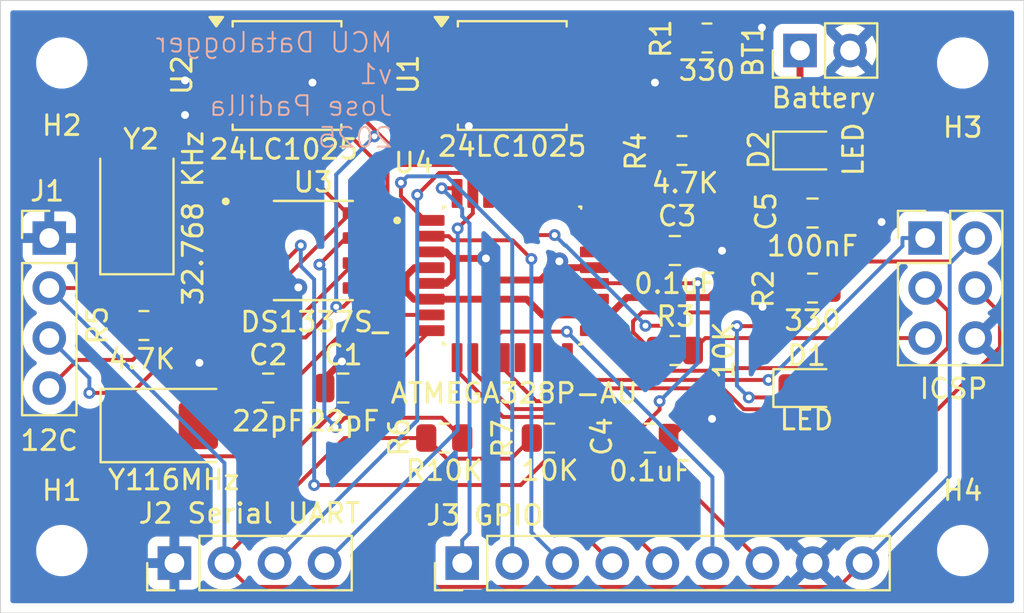
<source format=kicad_pcb>
(kicad_pcb (version 20241229) (generator "pcbnew") (generator_version "9.0")
  (title_block (title "MCU Datalogger") (date "2025-12-02") (rev "v1") (company "JPIndustries") (comment 1 "Author: Jose Padilla"))
  (layers (0 "F.Cu" mixed) (2 "B.Cu" mixed) (13 "F.Paste" user) (15 "B.Paste" user) (5 "F.SilkS" user "F.Silkscreen") (7 "B.SilkS" user "B.Silkscreen") (1 "F.Mask" user) (3 "B.Mask" user) (25 "Edge.Cuts" user))
  (property "project_name" "MCU Datalogger")
  (net 0 "")
  (net 1 "VCC")
  (net 2 "GND")
  (net 3 "Net-(U4-PB7)")
  (net 4 "Net-(U4-PB6)")
  (net 5 "/Vcc")
  (net 6 "Net-(U4-AREF)")
  (net 7 "Net-(D1-K)")
  (net 8 "/SCK")
  (net 9 "Net-(D2-K)")
  (net 10 "/SDA")
  (net 11 "/RX")
  (net 12 "/TX")
  (net 13 "/D7")
  (net 14 "/D8")
  (net 15 "/D6")
  (net 16 "/D2")
  (net 17 "/D5")
  (net 18 "/D3")
  (net 19 "/D4")
  (net 20 "/MOSI")
  (net 21 "/RESET")
  (net 22 "/MISO")
  (net 23 "Net-(U3-SQW{slash}~INT)")
  (net 24 "Net-(U3-~{INTA})")
  (net 25 "Net-(U3-X1)")
  (net 26 "Net-(U3-X2)")
  (net 35 "/SCL")
  (footprint "Crystal:Crystal_SMD_5032-2Pin_5.0x3.2mm" (layer "F.Cu") (at 71.12 66.04)
    (property "Reference" "Y1" (at -1.82 2.76 0) (layer "F.SilkS"))
    (property "Value" "16MHz" (at 1.48 2.76 0) (layer "F.SilkS"))
    (pad "1" smd roundrect (at -1.85 0) (size 2 2.4) (layers "F.Cu" "F.Mask" "F.Paste") (roundrect_rratio 0.125) (net 3 "Net-(U4-PB7)"))
    (pad "2" smd roundrect (at 1.85 0) (size 2 2.4) (layers "F.Cu" "F.Mask" "F.Paste") (roundrect_rratio 0.125) (net 4 "Net-(U4-PB6)"))
  )
  (footprint "Resistor_SMD:R_0805_2012Metric" (layer "F.Cu") (at 85.4475 66.675)
    (property "Reference" "R6" (at -2.285 -0.045 90) (layer "F.SilkS"))
    (property "Value" "R10K" (at 0 1.65 0) (layer "F.SilkS"))
    (pad "1" smd roundrect (at -0.9125 0) (size 1.025 1.4) (layers "F.Cu" "F.Mask" "F.Paste") (roundrect_rratio 0.243902) (net 5 "/Vcc"))
    (pad "2" smd roundrect (at 0.9125 0) (size 1.025 1.4) (layers "F.Cu" "F.Mask" "F.Paste") (roundrect_rratio 0.243902) (net 23 "Net-(U3-SQW{slash}~INT)"))
  )
  (footprint "Connector_PinHeader_2.54mm:PinHeader_1x02_P2.54mm_Vertical" (layer "F.Cu") (at 103.505 46.99 90)
    (property "Reference" "BT1" (at 0 -2.38 90) (layer "F.SilkS"))
    (property "Value" "Battery" (at -2.41 1.195 180) (layer "F.SilkS"))
    (pad "1" thru_hole rect (at 0 0 90) (size 1.7 1.7) (drill 1) (layers "*.Cu" "*.Mask") (net 1 "VCC"))
    (pad "2" thru_hole circle (at 0 2.54 90) (size 1.7 1.7) (drill 1) (layers "*.Cu" "*.Mask") (net 2 "GND"))
  )
  (footprint "Capacitor_SMD:C_0805_2012Metric" (layer "F.Cu") (at 80.325 64.135)
    (property "Reference" "C1" (at 0 -1.68 0) (layer "F.SilkS"))
    (property "Value" "22pF" (at 0 1.68 0) (layer "F.SilkS"))
    (pad "1" smd roundrect (at -0.95 0) (size 1 1.45) (layers "F.Cu" "F.Mask" "F.Paste") (net 2 "GND"))
    (pad "2" smd roundrect (at 0.95 0) (size 1 1.45) (layers "F.Cu" "F.Mask" "F.Paste") (net 3 "Net-(U4-PB7)"))
  )
  (footprint "Connector_PinHeader_2.54mm:PinHeader_2x03_P2.54mm_Vertical" (layer "F.Cu") (at 109.855 56.515)
    (property "Reference" "J4" (hide yes))
    (property "Value" "Conn_02x03_Odd_Even" (hide yes))
    (property "Purpose" "ICSP" (at 1.445 7.655 0) (layer "F.SilkS"))
    (pad "1" thru_hole rect (at 0 0) (size 1.7 1.7) (drill 1) (layers "*.Cu" "*.Mask") (net 22 "/MISO"))
    (pad "2" thru_hole circle (at 2.54 0) (size 1.7 1.7) (drill 1) (layers "*.Cu" "*.Mask") (net 5 "/Vcc"))
    (pad "3" thru_hole circle (at 0 2.54) (size 1.7 1.7) (drill 1) (layers "*.Cu" "*.Mask") (net 8 "/SCK"))
    (pad "4" thru_hole circle (at 2.54 2.54) (size 1.7 1.7) (drill 1) (layers "*.Cu" "*.Mask") (net 20 "/MOSI"))
    (pad "5" thru_hole circle (at 0 5.08) (size 1.7 1.7) (drill 1) (layers "*.Cu" "*.Mask") (net 21 "/RESET"))
    (pad "6" thru_hole circle (at 2.54 5.08) (size 1.7 1.7) (drill 1) (layers "*.Cu" "*.Mask") (net 2 "GND"))
  )
  (footprint "Connector_PinHeader_2.54mm:PinHeader_1x09_P2.54mm_Vertical" (layer "F.Cu") (at 86.36 73.025 90)
    (property "Reference" "J3" (at 2.425 -0.96 0) (layer "F.SilkS"))
    (property "Value" "Conn_01x09" (hide yes))
    (property "Purpose" "GPIO" (at 2.425 2.34 0) (layer "F.SilkS"))
    (pad "1" thru_hole rect (at 0 0 90) (size 1.7 1.7) (drill 1) (layers "*.Cu" "*.Mask") (net 16 "/D2"))
    (pad "2" thru_hole circle (at 0 2.54 90) (size 1.7 1.7) (drill 1) (layers "*.Cu" "*.Mask") (net 18 "/D3"))
    (pad "3" thru_hole circle (at 0 5.08 90) (size 1.7 1.7) (drill 1) (layers "*.Cu" "*.Mask") (net 19 "/D4"))
    (pad "4" thru_hole circle (at 0 7.62 90) (size 1.7 1.7) (drill 1) (layers "*.Cu" "*.Mask") (net 17 "/D5"))
    (pad "5" thru_hole circle (at 0 10.16 90) (size 1.7 1.7) (drill 1) (layers "*.Cu" "*.Mask") (net 15 "/D6"))
    (pad "6" thru_hole circle (at 0 12.7 90) (size 1.7 1.7) (drill 1) (layers "*.Cu" "*.Mask") (net 13 "/D7"))
    (pad "7" thru_hole circle (at 0 15.24 90) (size 1.7 1.7) (drill 1) (layers "*.Cu" "*.Mask") (net 14 "/D8"))
    (pad "8" thru_hole circle (at 0 17.78 90) (size 1.7 1.7) (drill 1) (layers "*.Cu" "*.Mask") (net 2 "GND"))
    (pad "9" thru_hole circle (at 0 20.32 90) (size 1.7 1.7) (drill 1) (layers "*.Cu" "*.Mask") (net 5 "/Vcc"))
  )
  (footprint "Capacitor_SMD:C_0805_2012Metric" (layer "F.Cu") (at 97.155 57.15)
    (property "Reference" "C3" (at 0.11 -1.75 180) (layer "F.SilkS"))
    (property "Value" "0.1uF" (at 0 1.68 0) (layer "F.SilkS"))
    (pad "1" smd roundrect (at -0.95 0) (size 1 1.45) (layers "F.Cu" "F.Mask" "F.Paste") (net 5 "/Vcc"))
    (pad "2" smd roundrect (at 0.95 0) (size 1 1.45) (layers "F.Cu" "F.Mask" "F.Paste") (net 2 "GND"))
  )
  (footprint "Resistor_SMD:R_0805_2012Metric" (layer "F.Cu") (at 70.2075 60.96)
    (property "Reference" "R5" (at -2.3625 -0.01 90) (layer "F.SilkS"))
    (property "Value" "4.7K" (at -0.1075 1.705 180) (layer "F.SilkS"))
    (pad "1" smd roundrect (at -0.9125 0) (size 1.025 1.4) (layers "F.Cu" "F.Mask" "F.Paste") (roundrect_rratio 0.243902) (net 5 "/Vcc"))
    (pad "2" smd roundrect (at 0.9125 0) (size 1.025 1.4) (layers "F.Cu" "F.Mask" "F.Paste") (roundrect_rratio 0.243902) (net 35 "/SCL"))
  )
  (footprint "MountingHole:MountingHole_2.1mm" (layer "F.Cu") (at 66.04 47.625)
    (property "Reference" "H2" (at 0 3.175 0) (layer "F.SilkS"))
    (property "Value" "MountingHole" (hide yes))
    (pad "" np_thru_hole circle (at 0 0) (size 2.1 2.1) (drill 2.1) (layers "*.Cu" "*.Mask"))
  )
  (footprint "MountingHole:MountingHole_2.1mm" (layer "F.Cu") (at 111.76 47.625)
    (property "Reference" "H3" (at 0 3.275 0) (layer "F.SilkS"))
    (property "Value" "MountingHole" (hide yes))
    (pad "" np_thru_hole circle (at 0 0) (size 2.1 2.1) (drill 2.1) (layers "*.Cu" "*.Mask"))
  )
  (footprint "MountingHole:MountingHole_2.1mm" (layer "F.Cu") (at 66.04 72.39)
    (property "Reference" "H1" (at 0 -3.05 0) (layer "F.SilkS"))
    (property "Value" "MountingHole" (hide yes))
    (pad "" np_thru_hole circle (at 0 0) (size 2.1 2.1) (drill 2.1) (layers "*.Cu" "*.Mask"))
  )
  (footprint "Crystal:Crystal_SMD_5032-2Pin_5.0x3.2mm" (layer "F.Cu") (at 69.85 55.245 90)
    (property "Reference" "Y2" (at 3.75 0.215 0) (layer "F.SilkS"))
    (property "Value" "32.768 KHz" (at -0.255 2.85 270) (layer "F.SilkS"))
    (pad "1" smd roundrect (at -1.85 0 90) (size 2 2.4) (layers "F.Cu" "F.Mask" "F.Paste") (roundrect_rratio 0.125) (net 26 "Net-(U3-X2)"))
    (pad "2" smd roundrect (at 1.85 0 90) (size 2 2.4) (layers "F.Cu" "F.Mask" "F.Paste") (roundrect_rratio 0.125) (net 25 "Net-(U3-X1)"))
  )
  (footprint "Resistor_SMD:R_0805_2012Metric" (layer "F.Cu") (at 104.14 59.055)
    (property "Reference" "R2" (at -2.4925 0.045 90) (layer "F.SilkS"))
    (property "Value" "330" (at 0 1.65 0) (layer "F.SilkS"))
    (pad "1" smd roundrect (at -0.9125 0) (size 1.025 1.4) (layers "F.Cu" "F.Mask" "F.Paste") (roundrect_rratio 0.243902) (net 2 "GND"))
    (pad "2" smd roundrect (at 0.9125 0) (size 1.025 1.4) (layers "F.Cu" "F.Mask" "F.Paste") (roundrect_rratio 0.243902) (net 7 "Net-(D1-K)"))
  )
  (footprint "LED_SMD:LED_0805_2012Metric" (layer "F.Cu") (at 103.8375 64.135)
    (property "Reference" "D1" (at 0 -1.65 0) (layer "F.SilkS"))
    (property "Value" "LED" (at 0 1.62 0) (layer "F.SilkS"))
    (pad "1" smd roundrect (at -0.9375 0) (size 0.975 1.4) (layers "F.Cu" "F.Mask" "F.Paste") (net 7 "Net-(D1-K)"))
    (pad "2" smd roundrect (at 0.9375 0) (size 0.975 1.4) (layers "F.Cu" "F.Mask" "F.Paste") (net 8 "/SCK"))
  )
  (footprint "Package_SO:SOIC-8_5.3x5.3mm_P1.27mm" (layer "F.Cu") (at 77.47 48.26)
    (property "Reference" "U2" (at -5.33 -0.02 90) (layer "F.SilkS"))
    (property "Value" "24LC1025" (at -0.16 3.75 0) (layer "F.SilkS"))
    (pad "1" smd roundrect (at -3.5875 -1.905) (size 1.625 0.65) (layers "F.Cu" "F.Mask" "F.Paste") (net 5 "/Vcc"))
    (pad "2" smd roundrect (at -3.5875 -0.635) (size 1.625 0.65) (layers "F.Cu" "F.Mask" "F.Paste") (net 2 "GND"))
    (pad "3" smd roundrect (at -3.5875 0.635) (size 1.625 0.65) (layers "F.Cu" "F.Mask" "F.Paste") (net 5 "/Vcc"))
    (pad "4" smd roundrect (at -3.5875 1.905) (size 1.625 0.65) (layers "F.Cu" "F.Mask" "F.Paste") (net 2 "GND"))
    (pad "5" smd roundrect (at 3.5875 1.905) (size 1.625 0.65) (layers "F.Cu" "F.Mask" "F.Paste") (net 10 "/SDA"))
    (pad "6" smd roundrect (at 3.5875 0.635) (size 1.625 0.65) (layers "F.Cu" "F.Mask" "F.Paste") (net 35 "/SCL"))
    (pad "7" smd roundrect (at 3.5875 -0.635) (size 1.625 0.65) (layers "F.Cu" "F.Mask" "F.Paste") (net 2 "GND"))
    (pad "8" smd roundrect (at 3.5875 -1.905) (size 1.625 0.65) (layers "F.Cu" "F.Mask" "F.Paste") (net 5 "/Vcc"))
  )
  (footprint "Package_SO:SOIC-8_5.3x5.3mm_P1.27mm" (layer "F.Cu") (at 88.9 48.26)
    (property "Reference" "U1" (at -5.27 -0.06 90) (layer "F.SilkS"))
    (property "Value" "24LC1025" (at 0 3.6 0) (layer "F.SilkS"))
    (pad "1" smd roundrect (at -3.5875 -1.905) (size 1.625 0.65) (layers "F.Cu" "F.Mask" "F.Paste") (net 5 "/Vcc"))
    (pad "2" smd roundrect (at -3.5875 -0.635) (size 1.625 0.65) (layers "F.Cu" "F.Mask" "F.Paste") (net 5 "/Vcc"))
    (pad "3" smd roundrect (at -3.5875 0.635) (size 1.625 0.65) (layers "F.Cu" "F.Mask" "F.Paste") (net 5 "/Vcc"))
    (pad "4" smd roundrect (at -3.5875 1.905) (size 1.625 0.65) (layers "F.Cu" "F.Mask" "F.Paste") (net 2 "GND"))
    (pad "5" smd roundrect (at 3.5875 1.905) (size 1.625 0.65) (layers "F.Cu" "F.Mask" "F.Paste") (net 10 "/SDA"))
    (pad "6" smd roundrect (at 3.5875 0.635) (size 1.625 0.65) (layers "F.Cu" "F.Mask" "F.Paste") (net 35 "/SCL"))
    (pad "7" smd roundrect (at 3.5875 -0.635) (size 1.625 0.65) (layers "F.Cu" "F.Mask" "F.Paste") (net 2 "GND"))
    (pad "8" smd roundrect (at 3.5875 -1.905) (size 1.625 0.65) (layers "F.Cu" "F.Mask" "F.Paste") (net 5 "/Vcc"))
  )
  (footprint "DS1337S_:SOIC127P600X175-8N" (layer "F.Cu") (at 78.805 57.15)
    (property "Reference" "U3" (at -0.005 -3.47 180) (layer "F.SilkS"))
    (property "Value" "DS1337S_" (at 0.04 3.63 180) (layer "F.SilkS"))
    (pad "1" smd roundrect (at -2.475 -1.905) (size 1.97 0.59) (layers "F.Cu" "F.Mask" "F.Paste") (roundrect_rratio 0.125) (net 25 "Net-(U3-X1)"))
    (pad "2" smd roundrect (at -2.475 -0.635) (size 1.97 0.59) (layers "F.Cu" "F.Mask" "F.Paste") (roundrect_rratio 0.125) (net 26 "Net-(U3-X2)"))
    (pad "3" smd roundrect (at -2.475 0.635) (size 1.97 0.59) (layers "F.Cu" "F.Mask" "F.Paste") (roundrect_rratio 0.125) (net 24 "Net-(U3-~{INTA})"))
    (pad "4" smd roundrect (at -2.475 1.905) (size 1.97 0.59) (layers "F.Cu" "F.Mask" "F.Paste") (roundrect_rratio 0.125) (net 2 "GND"))
    (pad "5" smd roundrect (at 2.475 1.905) (size 1.97 0.59) (layers "F.Cu" "F.Mask" "F.Paste") (roundrect_rratio 0.125) (net 10 "/SDA"))
    (pad "6" smd roundrect (at 2.475 0.635) (size 1.97 0.59) (layers "F.Cu" "F.Mask" "F.Paste") (roundrect_rratio 0.125) (net 35 "/SCL"))
    (pad "7" smd roundrect (at 2.475 -0.635) (size 1.97 0.59) (layers "F.Cu" "F.Mask" "F.Paste") (roundrect_rratio 0.125) (net 23 "Net-(U3-SQW{slash}~INT)"))
    (pad "8" smd roundrect (at 2.475 -1.905) (size 1.97 0.59) (layers "F.Cu" "F.Mask" "F.Paste") (roundrect_rratio 0.125) (net 5 "/Vcc"))
  )
  (footprint "Capacitor_SMD:C_0805_2012Metric" (layer "F.Cu") (at 76.515 64.135)
    (property "Reference" "C2" (at 0 -1.68 0) (layer "F.SilkS"))
    (property "Value" "22pF" (at 0 1.68 0) (layer "F.SilkS"))
    (pad "1" smd roundrect (at -0.95 0) (size 1 1.45) (layers "F.Cu" "F.Mask" "F.Paste") (net 2 "GND"))
    (pad "2" smd roundrect (at 0.95 0) (size 1 1.45) (layers "F.Cu" "F.Mask" "F.Paste") (net 4 "Net-(U4-PB6)"))
  )
  (footprint "LED_SMD:LED_0805_2012Metric" (layer "F.Cu") (at 103.8375 52.07)
    (property "Reference" "D2" (at -2.425 -0.025 90) (layer "F.SilkS"))
    (property "Value" "LED" (at 2.375 -0.065 90) (layer "F.SilkS"))
    (pad "1" smd roundrect (at -0.9375 0) (size 0.975 1.4) (layers "F.Cu" "F.Mask" "F.Paste") (net 9 "Net-(D2-K)"))
    (pad "2" smd roundrect (at 0.9375 0) (size 0.975 1.4) (layers "F.Cu" "F.Mask" "F.Paste") (net 1 "VCC"))
  )
  (footprint "Resistor_SMD:R_0805_2012Metric" (layer "F.Cu") (at 97.5125 52.07)
    (property "Reference" "R4" (at -2.3475 0.045 90) (layer "F.SilkS"))
    (property "Value" "4.7K" (at 0.1525 1.65 0) (layer "F.SilkS"))
    (pad "1" smd roundrect (at -0.9125 0) (size 1.025 1.4) (layers "F.Cu" "F.Mask" "F.Paste") (roundrect_rratio 0.243902) (net 5 "/Vcc"))
    (pad "2" smd roundrect (at 0.9125 0) (size 1.025 1.4) (layers "F.Cu" "F.Mask" "F.Paste") (roundrect_rratio 0.243902) (net 10 "/SDA"))
  )
  (footprint "Resistor_SMD:R_0805_2012Metric" (layer "F.Cu") (at 98.7825 46.355)
    (property "Reference" "R1" (at -2.3375 0.035 90) (layer "F.SilkS"))
    (property "Value" "330" (at 0 1.65 0) (layer "F.SilkS"))
    (pad "1" smd roundrect (at -0.9125 0) (size 1.025 1.4) (layers "F.Cu" "F.Mask" "F.Paste") (roundrect_rratio 0.243902) (net 9 "Net-(D2-K)"))
    (pad "2" smd roundrect (at 0.9125 0) (size 1.025 1.4) (layers "F.Cu" "F.Mask" "F.Paste") (roundrect_rratio 0.243902) (net 2 "GND"))
  )
  (footprint "Connector_PinHeader_2.54mm:PinHeader_1x04_P2.54mm_Vertical" (layer "F.Cu") (at 71.755 73.025 90)
    (property "Reference" "J2" (at 2.525 -0.955 180) (layer "F.SilkS"))
    (property "Value" "Conn_01x04_Pin" (hide yes))
    (property "Purpose" "Serial UART" (at 2.525 5.045 0) (layer "F.SilkS"))
    (pad "1" thru_hole rect (at 0 0 90) (size 1.7 1.7) (drill 1) (layers "*.Cu" "*.Mask") (net 2 "GND"))
    (pad "2" thru_hole circle (at 0 2.54 90) (size 1.7 1.7) (drill 1) (layers "*.Cu" "*.Mask") (net 5 "/Vcc"))
    (pad "3" thru_hole circle (at 0 5.08 90) (size 1.7 1.7) (drill 1) (layers "*.Cu" "*.Mask") (net 11 "/RX"))
    (pad "4" thru_hole circle (at 0 7.62 90) (size 1.7 1.7) (drill 1) (layers "*.Cu" "*.Mask") (net 12 "/TX"))
  )
  (footprint "Resistor_SMD:R_0805_2012Metric" (layer "F.Cu") (at 97.155 62.23)
    (property "Reference" "R3" (at 0.045 -1.73 180) (layer "F.SilkS"))
    (property "Value" "10K" (at 2.4875 -0.01 90) (layer "F.SilkS"))
    (pad "1" smd roundrect (at -0.9125 0) (size 1.025 1.4) (layers "F.Cu" "F.Mask" "F.Paste") (roundrect_rratio 0.243902) (net 5 "/Vcc"))
    (pad "2" smd roundrect (at 0.9125 0) (size 1.025 1.4) (layers "F.Cu" "F.Mask" "F.Paste") (roundrect_rratio 0.243902) (net 21 "/RESET"))
  )
  (footprint "ATMEGA328P-AU:QFP80P900X900X120-32N" (layer "F.Cu") (at 88.9 58.42)
    (property "Reference" "U4" (at -5 -5.72 0) (layer "F.SilkS"))
    (property "Value" "ATMEGA328P-AU" (at 0.1 5.98 0) (layer "F.SilkS"))
    (pad "1" smd roundrect (at -4.17 -2.8) (size 1.47 0.55) (layers "F.Cu" "F.Mask" "F.Paste") (roundrect_rratio 0.125) (net 18 "/D3"))
    (pad "2" smd roundrect (at -4.17 -2) (size 1.47 0.55) (layers "F.Cu" "F.Mask" "F.Paste") (roundrect_rratio 0.125) (net 19 "/D4"))
    (pad "3" smd roundrect (at -4.17 -1.2) (size 1.47 0.55) (layers "F.Cu" "F.Mask" "F.Paste") (roundrect_rratio 0.125) (net 2 "GND"))
    (pad "4" smd roundrect (at -4.17 -0.4) (size 1.47 0.55) (layers "F.Cu" "F.Mask" "F.Paste") (roundrect_rratio 0.125) (net 1 "VCC"))
    (pad "5" smd roundrect (at -4.17 0.4) (size 1.47 0.55) (layers "F.Cu" "F.Mask" "F.Paste") (roundrect_rratio 0.125) (net 2 "GND"))
    (pad "6" smd roundrect (at -4.17 1.2) (size 1.47 0.55) (layers "F.Cu" "F.Mask" "F.Paste") (roundrect_rratio 0.125) (net 1 "VCC"))
    (pad "7" smd roundrect (at -4.17 2) (size 1.47 0.55) (layers "F.Cu" "F.Mask" "F.Paste") (roundrect_rratio 0.125) (net 4 "Net-(U4-PB6)"))
    (pad "8" smd roundrect (at -4.17 2.8) (size 1.47 0.55) (layers "F.Cu" "F.Mask" "F.Paste") (roundrect_rratio 0.125) (net 3 "Net-(U4-PB7)"))
    (pad "9" smd roundrect (at -2.8 4.17) (size 0.55 1.47) (layers "F.Cu" "F.Mask" "F.Paste") (roundrect_rratio 0.125) (net 17 "/D5"))
    (pad "10" smd roundrect (at -2 4.17) (size 0.55 1.47) (layers "F.Cu" "F.Mask" "F.Paste") (roundrect_rratio 0.125) (net 15 "/D6"))
    (pad "11" smd roundrect (at -1.2 4.17) (size 0.55 1.47) (layers "F.Cu" "F.Mask" "F.Paste") (roundrect_rratio 0.125) (net 13 "/D7"))
    (pad "12" smd roundrect (at -0.4 4.17) (size 0.55 1.47) (layers "F.Cu" "F.Mask" "F.Paste") (roundrect_rratio 0.125) (net 14 "/D8"))
    (pad "13" smd roundrect (at 0.4 4.17) (size 0.55 1.47) (layers "F.Cu" "F.Mask" "F.Paste") (roundrect_rratio 0.125))
    (pad "14" smd roundrect (at 1.2 4.17) (size 0.55 1.47) (layers "F.Cu" "F.Mask" "F.Paste") (roundrect_rratio 0.125))
    (pad "15" smd roundrect (at 2 4.17) (size 0.55 1.47) (layers "F.Cu" "F.Mask" "F.Paste") (roundrect_rratio 0.125) (net 20 "/MOSI"))
    (pad "16" smd roundrect (at 2.8 4.17) (size 0.55 1.47) (layers "F.Cu" "F.Mask" "F.Paste") (roundrect_rratio 0.125) (net 22 "/MISO"))
    (pad "17" smd roundrect (at 4.17 2.8) (size 1.47 0.55) (layers "F.Cu" "F.Mask" "F.Paste") (roundrect_rratio 0.125) (net 8 "/SCK"))
    (pad "18" smd roundrect (at 4.17 2) (size 1.47 0.55) (layers "F.Cu" "F.Mask" "F.Paste") (roundrect_rratio 0.125) (net 1 "VCC"))
    (pad "19" smd roundrect (at 4.17 1.2) (size 1.47 0.55) (layers "F.Cu" "F.Mask" "F.Paste") (roundrect_rratio 0.125))
    (pad "20" smd roundrect (at 4.17 0.4) (size 1.47 0.55) (layers "F.Cu" "F.Mask" "F.Paste") (roundrect_rratio 0.125) (net 6 "Net-(U4-AREF)"))
    (pad "21" smd roundrect (at 4.17 -0.4) (size 1.47 0.55) (layers "F.Cu" "F.Mask" "F.Paste") (roundrect_rratio 0.125) (net 2 "GND"))
    (pad "22" smd roundrect (at 4.17 -1.2) (size 1.47 0.55) (layers "F.Cu" "F.Mask" "F.Paste") (roundrect_rratio 0.125))
    (pad "23" smd roundrect (at 4.17 -2) (size 1.47 0.55) (layers "F.Cu" "F.Mask" "F.Paste") (roundrect_rratio 0.125))
    (pad "24" smd roundrect (at 4.17 -2.8) (size 1.47 0.55) (layers "F.Cu" "F.Mask" "F.Paste") (roundrect_rratio 0.125))
    (pad "25" smd roundrect (at 2.8 -4.17) (size 0.55 1.47) (layers "F.Cu" "F.Mask" "F.Paste") (roundrect_rratio 0.125))
    (pad "26" smd roundrect (at 2 -4.17) (size 0.55 1.47) (layers "F.Cu" "F.Mask" "F.Paste") (roundrect_rratio 0.125))
    (pad "27" smd roundrect (at 1.2 -4.17) (size 0.55 1.47) (layers "F.Cu" "F.Mask" "F.Paste") (roundrect_rratio 0.125) (net 10 "/SDA"))
    (pad "28" smd roundrect (at 0.4 -4.17) (size 0.55 1.47) (layers "F.Cu" "F.Mask" "F.Paste") (roundrect_rratio 0.125) (net 35 "/SCL"))
    (pad "29" smd roundrect (at -0.4 -4.17) (size 0.55 1.47) (layers "F.Cu" "F.Mask" "F.Paste") (roundrect_rratio 0.125) (net 21 "/RESET"))
    (pad "30" smd roundrect (at -1.2 -4.17) (size 0.55 1.47) (layers "F.Cu" "F.Mask" "F.Paste") (roundrect_rratio 0.125) (net 11 "/RX"))
    (pad "31" smd roundrect (at -2 -4.17) (size 0.55 1.47) (layers "F.Cu" "F.Mask" "F.Paste") (roundrect_rratio 0.125) (net 12 "/TX"))
    (pad "32" smd roundrect (at -2.8 -4.17) (size 0.55 1.47) (layers "F.Cu" "F.Mask" "F.Paste") (roundrect_rratio 0.125) (net 16 "/D2"))
  )
  (footprint "Capacitor_SMD:C_0805_2012Metric" (layer "F.Cu") (at 95.885 66.675)
    (property "Reference" "C4" (at -2.44 -0.075 90) (layer "F.SilkS"))
    (property "Value" "0.1uF" (at 0 1.68 0) (layer "F.SilkS"))
    (pad "1" smd roundrect (at -0.95 0) (size 1 1.45) (layers "F.Cu" "F.Mask" "F.Paste") (net 6 "Net-(U4-AREF)"))
    (pad "2" smd roundrect (at 0.95 0) (size 1 1.45) (layers "F.Cu" "F.Mask" "F.Paste") (net 2 "GND"))
  )
  (footprint "Capacitor_SMD:C_0805_2012Metric" (layer "F.Cu") (at 104.14 55.245)
    (property "Reference" "C5" (at -2.36 -0.08 90) (layer "F.SilkS"))
    (property "Value" "100nF" (at 0 1.68 0) (layer "F.SilkS"))
    (pad "1" smd roundrect (at -0.95 0) (size 1 1.45) (layers "F.Cu" "F.Mask" "F.Paste") (net 1 "VCC"))
    (pad "2" smd roundrect (at 0.95 0) (size 1 1.45) (layers "F.Cu" "F.Mask" "F.Paste") (net 2 "GND"))
  )
  (footprint "MountingHole:MountingHole_2.1mm" (layer "F.Cu") (at 111.76 72.39)
    (property "Reference" "H4" (at 0 -3.05 0) (layer "F.SilkS"))
    (property "Value" "MountingHole" (hide yes))
    (pad "" np_thru_hole circle (at 0 0) (size 2.1 2.1) (drill 2.1) (layers "*.Cu" "*.Mask"))
  )
  (footprint "Resistor_SMD:R_0805_2012Metric" (layer "F.Cu") (at 90.805 66.675)
    (property "Reference" "R7" (at -2.405 0.025 90) (layer "F.SilkS"))
    (property "Value" "10K" (at 0 1.65 0) (layer "F.SilkS"))
    (pad "1" smd roundrect (at -0.9125 0) (size 1.025 1.4) (layers "F.Cu" "F.Mask" "F.Paste") (roundrect_rratio 0.243902) (net 5 "/Vcc"))
    (pad "2" smd roundrect (at 0.9125 0) (size 1.025 1.4) (layers "F.Cu" "F.Mask" "F.Paste") (roundrect_rratio 0.243902) (net 24 "Net-(U3-~{INTA})"))
  )
  (footprint "Connector_PinHeader_2.54mm:PinHeader_1x04_P2.54mm_Vertical" (layer "F.Cu") (at 65.405 56.515)
    (property "Reference" "J1" (at -0.105 -2.38 0) (layer "F.SilkS"))
    (property "Value" "Conn_01x04_Pin" (hide yes))
    (property "Purpose" "12C" (at -0.005 10.285 0) (layer "F.SilkS"))
    (pad "1" thru_hole rect (at 0 0) (size 1.7 1.7) (drill 1) (layers "*.Cu" "*.Mask") (net 2 "GND"))
    (pad "2" thru_hole circle (at 0 2.54) (size 1.7 1.7) (drill 1) (layers "*.Cu" "*.Mask") (net 5 "/Vcc"))
    (pad "3" thru_hole circle (at 0 5.08) (size 1.7 1.7) (drill 1) (layers "*.Cu" "*.Mask") (net 10 "/SDA"))
    (pad "4" thru_hole circle (at 0 7.62) (size 1.7 1.7) (drill 1) (layers "*.Cu" "*.Mask") (net 35 "/SCL"))
  )
  (gr_rect (start 62.9285 44.45) (end 114.8715 75.565) (stroke (width 0.05)) (fill no) (layer "Edge.Cuts"))
  (gr_text "${project_name}\nv1\nJose Padilla\n2025\n" (at 82.9 52 0) (layer "B.SilkS") (effects (font (size 1 1) (thickness 0.1)) (justify left bottom mirror)))
  (segment (start 93.07 60.42) (end 93.8434 60.42) (width 0.35) (layer "F.Cu") (net 1))
  (segment (start 104.775 53.66) (end 103.19 55.245) (width 0.35) (layer "F.Cu") (net 1))
  (segment (start 83.5149 58.4465) (end 83.5149 59.2363) (width 0.35) (layer "F.Cu") (net 1))
  (segment (start 98.8975 59.5375) (end 103.19 55.245) (width 0.35) (layer "F.Cu") (net 1))
  (segment (start 83.9414 58.02) (end 83.5149 58.4465) (width 0.35) (layer "F.Cu") (net 1))
  (segment (start 89.6281 59.62) (end 90.4281 60.42) (width 0.35) (layer "F.Cu") (net 1))
  (segment (start 83.5149 59.2363) (end 83.8986 59.62) (width 0.35) (layer "F.Cu") (net 1))
  (segment (start 103.505 46.99) (end 103.505 50.8) (width 0.35) (layer "F.Cu") (net 1))
  (segment (start 104.775 52.07) (end 104.775 53.66) (width 0.35) (layer "F.Cu") (net 1))
  (segment (start 103.505 50.8) (end 104.775 52.07) (width 0.35) (layer "F.Cu") (net 1))
  (segment (start 84.73 59.62) (end 89.6281 59.62) (width 0.35) (layer "F.Cu") (net 1))
  (segment (start 94.7259 59.5375) (end 98.8975 59.5375) (width 0.35) (layer "F.Cu") (net 1))
  (segment (start 84.73 58.02) (end 83.9414 58.02) (width 0.35) (layer "F.Cu") (net 1))
  (segment (start 93.8434 60.42) (end 94.7259 59.5375) (width 0.35) (layer "F.Cu") (net 1))
  (segment (start 90.4281 60.42) (end 93.07 60.42) (width 0.35) (layer "F.Cu") (net 1))
  (segment (start 83.8986 59.62) (end 84.73 59.62) (width 0.35) (layer "F.Cu") (net 1))
  (segment (start 97.8092 65.7008) (end 96.835 66.675) (width 0.35) (layer "F.Cu") (net 2))
  (segment (start 91.612 58.02) (end 93.07 58.02) (width 0.35) (layer "F.Cu") (net 2))
  (segment (start 85.5392 58.82) (end 85.907 58.4522) (width 0.35) (layer "F.Cu") (net 2))
  (segment (start 78.0446 59.0251) (end 76.3599 59.0251) (width 0.35) (layer "F.Cu") (net 2))
  (segment (start 73.7808 50.2667) (end 73.8825 50.165) (width 0.35) (layer "F.Cu") (net 2))
  (segment (start 85.9539 57.5518) (end 85.907 57.5987) (width 0.35) (layer "F.Cu") (net 2))
  (segment (start 74.3059 64.135) (end 75.565 64.135) (width 0.35) (layer "F.Cu") (net 2))
  (segment (start 90.338 58.6486) (end 87.884 58.6486) (width 0.35) (layer "F.Cu") (net 2))
  (segment (start 92.4875 47.625) (end 95.1485 47.625) (width 0.35) (layer "F.Cu") (net 2))
  (segment (start 72.2943 48.5063) (end 73.1756 47.625) (width 0.35) (layer "F.Cu") (net 2))
  (segment (start 99.0398 65.7008) (end 97.8092 65.7008) (width 0.35) (layer "F.Cu") (net 2))
  (segment (start 101.6011 60.007) (end 102.2755 60.007) (width 0.35) (layer "F.Cu") (net 2))
  (segment (start 87.884 58.6486) (end 87.884 57.8713) (width 0.35) (layer "F.Cu") (net 2))
  (segment (start 76.3599 59.0251) (end 76.33 59.055) (width 0.35) (layer "F.Cu") (net 2))
  (segment (start 86.6985 50.8303) (end 85.9778 50.8303) (width 0.35) (layer "F.Cu") (net 2))
  (segment (start 105.5458 55.7008) (end 105.09 55.245) (width 0.35) (layer "F.Cu") (net 2))
  (segment (start 85.907 58.4522) (end 85.907 57.5987) (width 0.35) (layer "F.Cu") (net 2))
  (segment (start 98.1151 57.1601) (end 98.105 57.15) (width 0.35) (layer "F.Cu") (net 2))
  (segment (start 73.0248 62.8539) (end 74.3059 64.135) (width 0.35) (layer "F.Cu") (net 2))
  (segment (start 91.2893 57.6973) (end 91.612 58.02) (width 0.35) (layer "F.Cu") (net 2))
  (segment (start 99.5471 57.1601) (end 98.1151 57.1601) (width 0.35) (layer "F.Cu") (net 2))
  (segment (start 79.7559 47.625) (end 81.0575 47.625) (width 0.35) (layer "F.Cu") (net 2))
  (segment (start 87.884 57.8713) (end 87.5645 57.5518) (width 0.35) (layer "F.Cu") (net 2))
  (segment (start 73.1756 47.625) (end 73.8825 47.625) (width 0.35) (layer "F.Cu") (net 2))
  (segment (start 100.222 45.828) (end 99.695 46.355) (width 0.35) (layer "F.Cu") (net 2))
  (segment (start 72.2943 50.2667) (end 73.7808 50.2667) (width 0.35) (layer "F.Cu") (net 2))
  (segment (start 87.5645 57.5518) (end 85.9539 57.5518) (width 0.35) (layer "F.Cu") (net 2))
  (segment (start 79.375 63.6686) (end 79.375 64.135) (width 0.35) (layer "F.Cu") (net 2))
  (segment (start 85.9778 50.8303) (end 85.3125 50.165) (width 0.35) (layer "F.Cu") (net 2))
  (segment (start 101.5716 45.828) (end 100.222 45.828) (width 0.35) (layer "F.Cu") (net 2))
  (segment (start 102.2755 60.007) (end 103.2275 59.055) (width 0.35) (layer "F.Cu") (net 2))
  (segment (start 85.907 57.5987) (end 85.5283 57.22) (width 0.35) (layer "F.Cu") (net 2))
  (segment (start 107.6435 55.7008) (end 105.5458 55.7008) (width 0.35) (layer "F.Cu") (net 2))
  (segment (start 91.2893 57.6973) (end 90.338 58.6486) (width 0.35) (layer "F.Cu") (net 2))
  (segment (start 95.1485 47.625) (end 96.1429 48.6194) (width 0.35) (layer "F.Cu") (net 2))
  (segment (start 80.2604 62.7832) (end 79.375 63.6686) (width 0.35) (layer "F.Cu") (net 2))
  (segment (start 85.5283 57.22) (end 84.73 57.22) (width 0.35) (layer "F.Cu") (net 2))
  (segment (start 78.7615 48.6194) (end 79.7559 47.625) (width 0.35) (layer "F.Cu") (net 2))
  (segment (start 84.73 58.82) (end 85.5392 58.82) (width 0.35) (layer "F.Cu") (net 2))
  (via (at 80.2604 62.7832) (size 0.9) (drill 0.4) (layers "F.Cu" "B.Cu") (net 2))
  (via (at 78.0446 59.0251) (size 0.9) (drill 0.4) (layers "F.Cu" "B.Cu") (net 2))
  (via (at 107.6435 55.7008) (size 0.9) (drill 0.4) (layers "F.Cu" "B.Cu") (net 2))
  (via (at 72.2943 50.2667) (size 0.9) (drill 0.4) (layers "F.Cu" "B.Cu") (net 2))
  (via (at 99.5471 57.1601) (size 0.9) (drill 0.4) (layers "F.Cu" "B.Cu") (net 2))
  (via (at 99.0398 65.7008) (size 0.9) (drill 0.4) (layers "F.Cu" "B.Cu") (net 2))
  (via (at 86.6985 50.8303) (size 0.9) (drill 0.4) (layers "F.Cu" "B.Cu") (net 2))
  (via (at 73.0248 62.8539) (size 0.9) (drill 0.4) (layers "F.Cu" "B.Cu") (net 2))
  (via (at 72.2943 48.5063) (size 0.9) (drill 0.4) (layers "F.Cu" "B.Cu") (net 2))
  (via (at 91.2893 57.6973) (size 0.9) (drill 0.4) (layers "F.Cu" "B.Cu") (net 2))
  (via (at 101.5716 45.828) (size 0.9) (drill 0.4) (layers "F.Cu" "B.Cu") (net 2))
  (via (at 78.7615 48.6194) (size 0.9) (drill 0.4) (layers "F.Cu" "B.Cu") (net 2))
  (via (at 87.5645 57.5518) (size 0.9) (drill 0.4) (layers "F.Cu" "B.Cu") (net 2))
  (via (at 96.1429 48.6194) (size 0.9) (drill 0.4) (layers "F.Cu" "B.Cu") (net 2))
  (via (at 101.6011 60.007) (size 0.9) (drill 0.4) (layers "F.Cu" "B.Cu") (net 2))
  (segment (start 81.0639 64.135) (end 77.5972 67.6017) (width 0.2) (layer "F.Cu") (net 3))
  (segment (start 81.275 64.135) (end 81.0639 64.135) (width 0.2) (layer "F.Cu") (net 3))
  (segment (start 77.5972 67.6017) (end 70.8317 67.6017) (width 0.2) (layer "F.Cu") (net 3))
  (segment (start 70.8317 67.6017) (end 69.27 66.04) (width 0.2) (layer "F.Cu") (net 3))
  (segment (start 84.73 61.22) (end 81.815 64.135) (width 0.2) (layer "F.Cu") (net 3))
  (segment (start 81.815 64.135) (end 81.275 64.135) (width 0.2) (layer "F.Cu") (net 3))
  (segment (start 81.18 60.42) (end 77.465 64.135) (width 0.2) (layer "F.Cu") (net 4))
  (segment (start 75.56 66.04) (end 77.465 64.135) (width 0.2) (layer "F.Cu") (net 4))
  (segment (start 72.97 66.04) (end 75.56 66.04) (width 0.2) (layer "F.Cu") (net 4))
  (segment (start 84.73 60.42) (end 81.18 60.42) (width 0.2) (layer "F.Cu") (net 4))
  (segment (start 75.5061 74.2361) (end 74.295 73.025) (width 0.2) (layer "F.Cu") (net 5))
  (segment (start 80.3818 66.675) (end 74.295 72.7618) (width 0.2) (layer "F.Cu") (net 5))
  (segment (start 95.0313 61.2947) (end 95.9666 62.23) (width 0.2) (layer "F.Cu") (net 5))
  (segment (start 75.0938 47.9587) (end 75.0938 47.2485) (width 0.2) (layer "F.Cu") (net 5))
  (segment (start 89.8925 66.675) (end 88.8443 67.7232) (width 0.2) (layer "F.Cu") (net 5))
  (segment (start 111.2029 57.7071) (end 102.036 57.7071) (width 0.2) (layer "F.Cu") (net 5))
  (segment (start 74.1575 48.895) (end 75.0938 47.9587) (width 0.2) (layer "F.Cu") (net 5))
  (segment (start 75.0938 47.2485) (end 74.2003 46.355) (width 0.2) (layer "F.Cu") (net 5))
  (segment (start 99.2506 52.7697) (end 99.2506 50.5684) (width 0.2) (layer "F.Cu") (net 5))
  (segment (start 96.6 53.1224) (end 96.6 52.07) (width 0.2) (layer "F.Cu") (net 5))
  (segment (start 81.0575 46.355) (end 75.9873 46.355) (width 0.2) (layer "F.Cu") (net 5))
  (segment (start 80.5983 55.3357) (end 77.5379 58.3961) (width 0.2) (layer "F.Cu") (net 5))
  (segment (start 95.9666 62.23) (end 96.2425 62.23) (width 0.2) (layer "F.Cu") (net 5))
  (segment (start 72.1921 58.3961) (end 71.5332 59.055) (width 0.2) (layer "F.Cu") (net 5))
  (segment (start 84.535 66.675) (end 80.3818 66.675) (width 0.2) (layer "F.Cu") (net 5))
  (segment (start 73.8825 48.895) (end 74.1575 48.895) (width 0.2) (layer "F.Cu") (net 5))
  (segment (start 85.5832 67.7232) (end 84.535 66.675) (width 0.2) (layer "F.Cu") (net 5))
  (segment (start 102.036 57.7071) (end 99.4493 60.2938) (width 0.2) (layer "F.Cu") (net 5))
  (segment (start 95.4827 60.2938) (end 95.0313 60.7452) (width 0.2) (layer "F.Cu") (net 5))
  (segment (start 69.295 59.055) (end 69.295 60.96) (width 0.2) (layer "F.Cu") (net 5))
  (segment (start 69.295 59.055) (end 65.405 59.055) (width 0.2) (layer "F.Cu") (net 5))
  (segment (start 98.8979 53.1224) (end 99.2506 52.7697) (width 0.2) (layer "F.Cu") (net 5))
  (segment (start 95.0313 60.7452) (end 95.0313 61.2947) (width 0.2) (layer "F.Cu") (net 5))
  (segment (start 81.28 55.245) (end 80.689 55.245) (width 0.2) (layer "F.Cu") (net 5))
  (segment (start 74.295 72.7618) (end 74.295 73.025) (width 0.2) (layer "F.Cu") (net 5))
  (segment (start 99.4493 60.2938) (end 95.4827 60.2938) (width 0.2) (layer "F.Cu") (net 5))
  (segment (start 75.9873 46.355) (end 75.0938 47.2485) (width 0.2) (layer "F.Cu") (net 5))
  (segment (start 74.2003 46.355) (end 73.8825 46.355) (width 0.2) (layer "F.Cu") (net 5))
  (segment (start 105.4689 74.2361) (end 75.5061 74.2361) (width 0.2) (layer "F.Cu") (net 5))
  (segment (start 85.3125 46.355) (end 92.4875 46.355) (width 0.2) (layer "F.Cu") (net 5))
  (segment (start 85.3125 48.895) (end 85.3125 47.625) (width 0.2) (layer "F.Cu") (net 5))
  (segment (start 112.395 56.515) (end 111.2029 57.7071) (width 0.2) (layer "F.Cu") (net 5))
  (segment (start 77.5379 58.3961) (end 72.1921 58.3961) (width 0.2) (layer "F.Cu") (net 5))
  (segment (start 88.8443 67.7232) (end 85.5832 67.7232) (width 0.2) (layer "F.Cu") (net 5))
  (segment (start 99.2506 50.5684) (end 95.0372 46.355) (width 0.2) (layer "F.Cu") (net 5))
  (segment (start 96.205 53.5174) (end 96.6 53.1224) (width 0.2) (layer "F.Cu") (net 5))
  (segment (start 85.3125 46.355) (end 81.0575 46.355) (width 0.2) (layer "F.Cu") (net 5))
  (segment (start 106.68 73.025) (end 105.4689 74.2361) (width 0.2) (layer "F.Cu") (net 5))
  (segment (start 80.5983 55.3357) (end 74.1575 48.895) (width 0.2) (layer "F.Cu") (net 5))
  (segment (start 71.5332 59.055) (end 69.295 59.055) (width 0.2) (layer "F.Cu") (net 5))
  (segment (start 96.6 53.1224) (end 98.8979 53.1224) (width 0.2) (layer "F.Cu") (net 5))
  (segment (start 80.689 55.245) (end 80.5983 55.3357) (width 0.2) (layer "F.Cu") (net 5))
  (segment (start 95.0372 46.355) (end 92.4875 46.355) (width 0.2) (layer "F.Cu") (net 5))
  (segment (start 96.205 57.15) (end 96.205 53.5174) (width 0.2) (layer "F.Cu") (net 5))
  (segment (start 85.3125 47.625) (end 85.3125 46.355) (width 0.2) (layer "F.Cu") (net 5))
  (segment (start 74.295 67.945) (end 74.295 73.025) (width 0.2) (layer "B.Cu") (net 5))
  (segment (start 111.1 68.605) (end 106.68 73.025) (width 0.2) (layer "B.Cu") (net 5))
  (segment (start 112.395 56.515) (end 111.1 57.81) (width 0.2) (layer "B.Cu") (net 5))
  (segment (start 111.1 57.81) (end 111.1 68.605) (width 0.2) (layer "B.Cu") (net 5))
  (segment (start 65.405 59.055) (end 74.295 67.945) (width 0.2) (layer "B.Cu") (net 5))
  (segment (start 96.3794 65.2306) (end 96.3794 64.8001) (width 0.2) (layer "F.Cu") (net 6))
  (segment (start 94.935 66.675) (end 96.3794 65.2306) (width 0.2) (layer "F.Cu") (net 6))
  (segment (start 98.3192 58.8108) (end 93.0792 58.8108) (width 0.2) (layer "F.Cu") (net 6))
  (segment (start 93.0792 58.8108) (end 93.07 58.82) (width 0.2) (layer "F.Cu") (net 6))
  (via (at 98.3192 58.8108) (size 0.6) (drill 0.3) (layers "F.Cu" "B.Cu") (net 6))
  (via (at 96.3794 64.8001) (size 0.6) (drill 0.3) (layers "F.Cu" "B.Cu") (net 6))
  (segment (start 96.3794 64.8001) (end 98.3192 62.8603) (width 0.2) (layer "B.Cu") (net 6))
  (segment (start 98.3192 62.8603) (end 98.3192 58.8108) (width 0.2) (layer "B.Cu") (net 6))
  (segment (start 100.9044 64.6109) (end 102.4241 64.6109) (width 0.2) (layer "F.Cu") (net 7))
  (segment (start 105.0525 59.055) (end 103.1183 60.9892) (width 0.2) (layer "F.Cu") (net 7))
  (segment (start 103.1183 60.9892) (end 100.3001 60.9892) (width 0.2) (layer "F.Cu") (net 7))
  (segment (start 102.4241 64.6109) (end 102.9 64.135) (width 0.2) (layer "F.Cu") (net 7))
  (via (at 100.9044 64.6109) (size 0.6) (drill 0.3) (layers "F.Cu" "B.Cu") (net 7))
  (via (at 100.3001 60.9892) (size 0.6) (drill 0.3) (layers "F.Cu" "B.Cu") (net 7))
  (segment (start 100.3001 64.0066) (end 100.9044 64.6109) (width 0.2) (layer "B.Cu") (net 7))
  (segment (start 100.3001 60.9892) (end 100.3001 64.0066) (width 0.2) (layer "B.Cu") (net 7))
  (segment (start 108.9549 64.135) (end 111.0146 62.0753) (width 0.2) (layer "F.Cu") (net 8))
  (segment (start 95.1055 63.2555) (end 93.07 61.22) (width 0.2) (layer "F.Cu") (net 8))
  (segment (start 103.7623 63.1223) (end 100.1925 63.1223) (width 0.2) (layer "F.Cu") (net 8))
  (segment (start 104.775 64.135) (end 103.7623 63.1223) (width 0.2) (layer "F.Cu") (net 8))
  (segment (start 111.0146 60.2146) (end 109.855 59.055) (width 0.2) (layer "F.Cu") (net 8))
  (segment (start 104.775 64.135) (end 108.9549 64.135) (width 0.2) (layer "F.Cu") (net 8))
  (segment (start 100.0593 63.2555) (end 95.1055 63.2555) (width 0.2) (layer "F.Cu") (net 8))
  (segment (start 111.0146 62.0753) (end 111.0146 60.2146) (width 0.2) (layer "F.Cu") (net 8))
  (segment (start 100.1925 63.1223) (end 100.0593 63.2555) (width 0.2) (layer "F.Cu") (net 8))
  (segment (start 97.87 47.04) (end 97.87 46.355) (width 0.2) (layer "F.Cu") (net 9))
  (segment (start 102.9 52.07) (end 97.87 47.04) (width 0.2) (layer "F.Cu") (net 9))
  (segment (start 89.9531 52.4056) (end 83.2981 52.4056) (width 0.2) (layer "F.Cu") (net 10))
  (segment (start 78.4073 61.5654) (end 79.9657 60.007) (width 0.2) (layer "F.Cu") (net 10))
  (segment (start 90.1 52.5525) (end 89.9531 52.4056) (width 0.2) (layer "F.Cu") (net 10))
  (segment (start 98.425 52.07) (end 96.52 50.165) (width 0.2) (layer "F.Cu") (net 10))
  (segment (start 83.2981 52.4056) (end 82.1778 51.2853) (width 0.2) (layer "F.Cu") (net 10))
  (segment (start 81.972 51.2853) (end 81.9077 51.3496) (width 0.2) (layer "F.Cu") (net 10))
  (segment (start 90.1 52.5525) (end 92.4875 50.165) (width 0.2) (layer "F.Cu") (net 10))
  (segment (start 72.4152 61.5654) (end 78.4073 61.5654) (width 0.2) (layer "F.Cu") (net 10))
  (segment (start 82.1778 51.2853) (end 81.972 51.2853) (width 0.2) (layer "F.Cu") (net 10))
  (segment (start 69.5984 64.3822) (end 72.4152 61.5654) (width 0.2) (layer "F.Cu") (net 10))
  (segment (start 67.4387 64.3822) (end 69.5984 64.3822) (width 0.2) (layer "F.Cu") (net 10))
  (segment (start 82.1778 51.2853) (end 81.0575 50.165) (width 0.2) (layer "F.Cu") (net 10))
  (segment (start 96.52 50.165) (end 92.4875 50.165) (width 0.2) (layer "F.Cu") (net 10))
  (segment (start 90.1 54.25) (end 90.1 52.5525) (width 0.2) (layer "F.Cu") (net 10))
  (segment (start 80.328 60.007) (end 81.28 59.055) (width 0.2) (layer "F.Cu") (net 10))
  (segment (start 79.9657 60.007) (end 80.328 60.007) (width 0.2) (layer "F.Cu") (net 10))
  (via (at 81.9077 51.3496) (size 0.6) (drill 0.3) (layers "F.Cu" "B.Cu") (net 10))
  (via (at 79.9657 60.007) (size 0.6) (drill 0.3) (layers "F.Cu" "B.Cu") (net 10))
  (via (at 67.4387 64.3822) (size 0.6) (drill 0.3) (layers "F.Cu" "B.Cu") (net 10))
  (segment (start 81.9077 51.3496) (end 79.9657 53.2916) (width 0.2) (layer "B.Cu") (net 10))
  (segment (start 65.405 61.595) (end 67.4387 63.6287) (width 0.2) (layer "B.Cu") (net 10))
  (segment (start 67.4387 63.6287) (end 67.4387 64.3822) (width 0.2) (layer "B.Cu") (net 10))
  (segment (start 79.9657 53.2916) (end 79.9657 60.007) (width 0.2) (layer "B.Cu") (net 10))
  (segment (start 87.7 53.6533) (end 87.2557 53.209) (width 0.2) (layer "F.Cu") (net 11))
  (segment (start 85.1946 53.209) (end 84.0784 54.3252) (width 0.2) (layer "F.Cu") (net 11))
  (segment (start 87.2557 53.209) (end 85.1946 53.209) (width 0.2) (layer "F.Cu") (net 11))
  (segment (start 87.7 54.25) (end 87.7 53.6533) (width 0.2) (layer "F.Cu") (net 11))
  (via (at 84.0784 54.3252) (size 0.6) (drill 0.3) (layers "F.Cu" "B.Cu") (net 11))
  (segment (start 76.835 73.025) (end 84.0784 65.7816) (width 0.2) (layer "B.Cu") (net 11))
  (segment (start 84.0784 65.7816) (end 84.0784 54.3252) (width 0.2) (layer "B.Cu") (net 11))
  (segment (start 86.1319 56.0283) (end 86.9 55.2602) (width 0.2) (layer "F.Cu") (net 12))
  (segment (start 86.9 55.2602) (end 86.9 54.25) (width 0.2) (layer "F.Cu") (net 12))
  (via (at 86.1319 56.0283) (size 0.6) (drill 0.3) (layers "F.Cu" "B.Cu") (net 12))
  (segment (start 79.375 73.025) (end 86.1319 66.2681) (width 0.2) (layer "B.Cu") (net 12))
  (segment (start 86.1319 66.2681) (end 86.1319 56.0283) (width 0.2) (layer "B.Cu") (net 12))
  (segment (start 88.3488 61.2685) (end 87.7 61.9173) (width 0.2) (layer "F.Cu") (net 13))
  (segment (start 91.6688 61.2685) (end 88.3488 61.2685) (width 0.2) (layer "F.Cu") (net 13))
  (segment (start 87.7 61.9173) (end 87.7 62.59) (width 0.2) (layer "F.Cu") (net 13))
  (via (at 91.6688 61.2685) (size 0.6) (drill 0.3) (layers "F.Cu" "B.Cu") (net 13))
  (segment (start 99.06 68.6597) (end 91.6688 61.2685) (width 0.2) (layer "B.Cu") (net 13))
  (segment (start 99.06 73.025) (end 99.06 68.6597) (width 0.2) (layer "B.Cu") (net 13))
  (segment (start 94.8319 68.0839) (end 93.6051 66.8571) (width 0.2) (layer "F.Cu") (net 14))
  (segment (start 101.6 73.025) (end 96.6589 68.0839) (width 0.2) (layer "F.Cu") (net 14))
  (segment (start 96.6589 68.0839) (end 94.8319 68.0839) (width 0.2) (layer "F.Cu") (net 14))
  (segment (start 90.105 64.8007) (end 88.5 63.1957) (width 0.2) (layer "F.Cu") (net 14))
  (segment (start 93.6051 65.9108) (end 92.495 64.8007) (width 0.2) (layer "F.Cu") (net 14))
  (segment (start 92.495 64.8007) (end 90.105 64.8007) (width 0.2) (layer "F.Cu") (net 14))
  (segment (start 88.5 63.1957) (end 88.5 62.59) (width 0.2) (layer "F.Cu") (net 14))
  (segment (start 93.6051 66.8571) (end 93.6051 65.9108) (width 0.2) (layer "F.Cu") (net 14))
  (segment (start 93.2034 66.0771) (end 92.3287 65.2024) (width 0.2) (layer "F.Cu") (net 15))
  (segment (start 92.3287 65.2024) (end 88.8401 65.2024) (width 0.2) (layer "F.Cu") (net 15))
  (segment (start 86.9 63.2623) (end 86.9 62.59) (width 0.2) (layer "F.Cu") (net 15))
  (segment (start 96.52 73.025) (end 93.2034 69.7084) (width 0.2) (layer "F.Cu") (net 15))
  (segment (start 88.8401 65.2024) (end 86.9 63.2623) (width 0.2) (layer "F.Cu") (net 15))
  (segment (start 93.2034 69.7084) (end 93.2034 66.0771) (width 0.2) (layer "F.Cu") (net 15))
  (segment (start 86.1 54.25) (end 85.8344 53.9844) (width 0.2) (layer "F.Cu") (net 16))
  (segment (start 85.8344 53.9844) (end 85.3201 53.9844) (width 0.2) (layer "F.Cu") (net 16))
  (via (at 85.3201 53.9844) (size 0.6) (drill 0.3) (layers "F.Cu" "B.Cu") (net 16))
  (segment (start 86.36 73.025) (end 86.36 71.8733) (width 0.2) (layer "B.Cu") (net 16))
  (segment (start 86.36 55.0243) (end 85.3201 53.9844) (width 0.2) (layer "B.Cu") (net 16))
  (segment (start 86.36 71.8733) (end 86.7336 71.4997) (width 0.2) (layer "B.Cu") (net 16))
  (segment (start 86.3601 55.4056) (end 86.36 55.4056) (width 0.2) (layer "B.Cu") (net 16))
  (segment (start 86.7336 55.7791) (end 86.3601 55.4056) (width 0.2) (layer "B.Cu") (net 16))
  (segment (start 86.36 55.4056) (end 86.36 55.0243) (width 0.2) (layer "B.Cu") (net 16))
  (segment (start 86.7336 71.4997) (end 86.7336 55.7791) (width 0.2) (layer "B.Cu") (net 16))
  (segment (start 88.434 65.6041) (end 86.1 63.2701) (width 0.2) (layer "F.Cu") (net 17))
  (segment (start 86.1 63.2701) (end 86.1 62.59) (width 0.2) (layer "F.Cu") (net 17))
  (segment (start 93.98 73.025) (end 92.8017 71.8467) (width 0.2) (layer "F.Cu") (net 17))
  (segment (start 92.1624 65.6041) (end 88.434 65.6041) (width 0.2) (layer "F.Cu") (net 17))
  (segment (start 92.8017 71.8467) (end 92.8017 66.2434) (width 0.2) (layer "F.Cu") (net 17))
  (segment (start 92.8017 66.2434) (end 92.1624 65.6041) (width 0.2) (layer "F.Cu") (net 17))
  (segment (start 84.4884 55.62) (end 83.2515 54.3831) (width 0.2) (layer "F.Cu") (net 18))
  (segment (start 84.73 55.62) (end 84.4884 55.62) (width 0.2) (layer "F.Cu") (net 18))
  (segment (start 83.2515 54.3831) (end 83.2515 53.7033) (width 0.2) (layer "F.Cu") (net 18))
  (via (at 83.2515 53.7033) (size 0.6) (drill 0.3) (layers "F.Cu" "B.Cu") (net 18))
  (segment (start 83.5722 53.3826) (end 83.2515 53.7033) (width 0.2) (layer "B.Cu") (net 18))
  (segment (start 85.5806 53.3826) (end 83.5722 53.3826) (width 0.2) (layer "B.Cu") (net 18))
  (segment (start 88.9 73.025) (end 88.9 56.702) (width 0.2) (layer "B.Cu") (net 18))
  (segment (start 88.9 56.702) (end 85.5806 53.3826) (width 0.2) (layer "B.Cu") (net 18))
  (segment (start 88.9219 56.63) (end 89.8716 57.5797) (width 0.2) (layer "F.Cu") (net 19))
  (segment (start 85.6728 56.42) (end 85.8828 56.63) (width 0.2) (layer "F.Cu") (net 19))
  (segment (start 85.8828 56.63) (end 88.9219 56.63) (width 0.2) (layer "F.Cu") (net 19))
  (segment (start 84.73 56.42) (end 85.6728 56.42) (width 0.2) (layer "F.Cu") (net 19))
  (via (at 89.8716 57.5797) (size 0.6) (drill 0.3) (layers "F.Cu" "B.Cu") (net 19))
  (segment (start 89.8716 57.5797) (end 89.8716 71.4566) (width 0.2) (layer "B.Cu") (net 19))
  (segment (start 89.8716 71.4566) (end 91.44 73.025) (width 0.2) (layer "B.Cu") (net 19))
  (segment (start 113.6511 60.3111) (end 112.395 59.055) (width 0.2) (layer "F.Cu") (net 20))
  (segment (start 100.6553 65.2126) (end 110.4996 65.2126) (width 0.2) (layer "F.Cu") (net 20))
  (segment (start 113.6511 62.0611) (end 113.6511 60.3111) (width 0.2) (layer "F.Cu") (net 20))
  (segment (start 90.9 62.59) (end 90.9 63.2344) (width 0.2) (layer "F.Cu") (net 20))
  (segment (start 91.8142 64.1486) (end 99.5913 64.1486) (width 0.2) (layer "F.Cu") (net 20))
  (segment (start 99.5913 64.1486) (end 100.6553 65.2126) (width 0.2) (layer "F.Cu") (net 20))
  (segment (start 90.9 63.2344) (end 91.8142 64.1486) (width 0.2) (layer "F.Cu") (net 20))
  (segment (start 110.4996 65.2126) (end 113.6511 62.0611) (width 0.2) (layer "F.Cu") (net 20))
  (segment (start 109.855 61.595) (end 98.7025 61.595) (width 0.2) (layer "F.Cu") (net 21))
  (segment (start 98.7025 61.595) (end 98.0675 62.23) (width 0.2) (layer "F.Cu") (net 21))
  (segment (start 89.9535 56.3643) (end 91.052 56.3643) (width 0.2) (layer "F.Cu") (net 21))
  (segment (start 98.0675 62.23) (end 96.8071 60.9696) (width 0.2) (layer "F.Cu") (net 21))
  (segment (start 96.8071 60.9696) (end 95.6603 60.9696) (width 0.2) (layer "F.Cu") (net 21))
  (segment (start 88.5 54.9108) (end 89.9535 56.3643) (width 0.2) (layer "F.Cu") (net 21))
  (segment (start 88.5 54.25) (end 88.5 54.9108) (width 0.2) (layer "F.Cu") (net 21))
  (via (at 95.6603 60.9696) (size 0.6) (drill 0.3) (layers "F.Cu" "B.Cu") (net 21))
  (via (at 91.052 56.3643) (size 0.6) (drill 0.3) (layers "F.Cu" "B.Cu") (net 21))
  (segment (start 91.6174 56.8915) (end 91.5791 56.8915) (width 0.2) (layer "B.Cu") (net 21))
  (segment (start 95.6603 60.9696) (end 95.6603 60.9344) (width 0.2) (layer "B.Cu") (net 21))
  (segment (start 95.6603 60.9344) (end 91.6174 56.8915) (width 0.2) (layer "B.Cu") (net 21))
  (segment (start 91.5791 56.8915) (end 91.5791 56.8914) (width 0.2) (layer "B.Cu") (net 21))
  (segment (start 91.5791 56.8914) (end 91.052 56.3643) (width 0.2) (layer "B.Cu") (net 21))
  (segment (start 92.834 63.724) (end 101.9014 63.724) (width 0.2) (layer "F.Cu") (net 22))
  (segment (start 91.7 62.59) (end 92.834 63.724) (width 0.2) (layer "F.Cu") (net 22))
  (via (at 101.9014 63.724) (size 0.6) (drill 0.3) (layers "F.Cu" "B.Cu") (net 22))
  (segment (start 109.855 56.515) (end 108.7033 56.515) (width 0.2) (layer "B.Cu") (net 22))
  (segment (start 108.7033 56.515) (end 108.7033 56.9221) (width 0.2) (layer "B.Cu") (net 22))
  (segment (start 108.7033 56.9221) (end 101.9014 63.724) (width 0.2) (layer "B.Cu") (net 22))
  (segment (start 80.4593 56.515) (end 81.28 56.515) (width 0.2) (layer "F.Cu") (net 23))
  (segment (start 79.1107 57.8636) (end 80.4593 56.515) (width 0.2) (layer "F.Cu") (net 23))
  (segment (start 80.4059 65.6438) (end 79.9343 66.1154) (width 0.2) (layer "F.Cu") (net 23))
  (segment (start 85.3288 65.6438) (end 80.4059 65.6438) (width 0.2) (layer "F.Cu") (net 23))
  (segment (start 86.36 66.675) (end 85.3288 65.6438) (width 0.2) (layer "F.Cu") (net 23))
  (via (at 79.9343 66.1154) (size 0.6) (drill 0.3) (layers "F.Cu" "B.Cu") (net 23))
  (via (at 79.1107 57.8636) (size 0.6) (drill 0.3) (layers "F.Cu" "B.Cu") (net 23))
  (segment (start 79.364 65.5451) (end 79.9343 66.1154) (width 0.2) (layer "B.Cu") (net 23))
  (segment (start 79.1107 57.8636) (end 79.364 58.1169) (width 0.2) (layer "B.Cu") (net 23))
  (segment (start 79.364 58.1169) (end 79.364 65.5451) (width 0.2) (layer "B.Cu") (net 23))
  (segment (start 89.3313 69.0612) (end 78.8464 69.0612) (width 0.2) (layer "F.Cu") (net 24))
  (segment (start 91.7175 66.675) (end 89.3313 69.0612) (width 0.2) (layer "F.Cu") (net 24))
  (segment (start 77.2761 57.785) (end 76.33 57.785) (width 0.2) (layer "F.Cu") (net 24))
  (segment (start 78.1689 56.8922) (end 77.2761 57.785) (width 0.2) (layer "F.Cu") (net 24))
  (via (at 78.1689 56.8922) (size 0.6) (drill 0.3) (layers "F.Cu" "B.Cu") (net 24))
  (via (at 78.8464 69.0612) (size 0.6) (drill 0.3) (layers "F.Cu" "B.Cu") (net 24))
  (segment (start 78.1689 56.8922) (end 78.1689 57.9407) (width 0.2) (layer "B.Cu") (net 24))
  (segment (start 78.1689 57.9407) (end 78.8464 58.6182) (width 0.2) (layer "B.Cu") (net 24))
  (segment (start 78.8464 58.6182) (end 78.8464 69.0612) (width 0.2) (layer "B.Cu") (net 24))
  (segment (start 69.85 53.395) (end 74.48 53.395) (width 0.2) (layer "F.Cu") (net 25))
  (segment (start 74.48 53.395) (end 76.33 55.245) (width 0.2) (layer "F.Cu") (net 25))
  (segment (start 75.75 57.095) (end 76.33 56.515) (width 0.2) (layer "F.Cu") (net 26))
  (segment (start 69.85 57.095) (end 75.75 57.095) (width 0.2) (layer "F.Cu") (net 26))
  (segment (start 73.1574 60.96) (end 71.3064 60.96) (width 0.2) (layer "F.Cu") (net 35))
  (segment (start 66.832 62.708) (end 65.405 64.135) (width 0.2) (layer "F.Cu") (net 35))
  (segment (start 84.5823 51.6331) (end 89.3831 51.6331) (width 0.2) (layer "F.Cu") (net 35))
  (segment (start 79.896 50.5399) (end 82.1634 52.8073) (width 0.2) (layer "F.Cu") (net 35))
  (segment (start 81.28 57.785) (end 81.6739 57.785) (width 0.2) (layer "F.Cu") (net 35))
  (segment (start 89.3 53.6015) (end 89.3 54.25) (width 0.2) (layer "F.Cu") (net 35))
  (segment (start 70.5037 61.8396) (end 69.6353 62.708) (width 0.2) (layer "F.Cu") (net 35))
  (segment (start 70.5037 61.7627) (end 70.5037 61.8396) (width 0.2) (layer "F.Cu") (net 35))
  (segment (start 71.12 60.96) (end 73.1574 60.96) (width 0.2) (layer "F.Cu") (net 35))
  (segment (start 81.0575 48.895) (end 81.8442 48.895) (width 0.2) (layer "F.Cu") (net 35))
  (segment (start 88.5058 52.8073) (end 89.3 53.6015) (width 0.2) (layer "F.Cu") (net 35))
  (segment (start 81.8442 48.895) (end 84.5823 51.6331) (width 0.2) (layer "F.Cu") (net 35))
  (segment (start 80.844 48.895) (end 79.896 49.843) (width 0.2) (layer "F.Cu") (net 35))
  (segment (start 79.896 49.843) (end 79.896 50.5399) (width 0.2) (layer "F.Cu") (net 35))
  (segment (start 81.28 57.785) (end 80.8861 57.785) (width 0.2) (layer "F.Cu") (net 35))
  (segment (start 92.1212 48.895) (end 92.4875 48.895) (width 0.2) (layer "F.Cu") (net 35))
  (segment (start 77.7111 60.96) (end 73.1574 60.96) (width 0.2) (layer "F.Cu") (net 35))
  (segment (start 82.567 56.8919) (end 82.567 52.8073) (width 0.2) (layer "F.Cu") (net 35))
  (segment (start 81.0575 48.895) (end 80.844 48.895) (width 0.2) (layer "F.Cu") (net 35))
  (segment (start 82.1634 52.8073) (end 82.567 52.8073) (width 0.2) (layer "F.Cu") (net 35))
  (segment (start 71.3064 60.96) (end 70.5037 61.7627) (width 0.2) (layer "F.Cu") (net 35))
  (segment (start 82.567 52.8073) (end 88.5058 52.8073) (width 0.2) (layer "F.Cu") (net 35))
  (segment (start 80.8861 57.785) (end 77.7111 60.96) (width 0.2) (layer "F.Cu") (net 35))
  (segment (start 69.6353 62.708) (end 66.832 62.708) (width 0.2) (layer "F.Cu") (net 35))
  (segment (start 89.3831 51.6331) (end 92.1212 48.895) (width 0.2) (layer "F.Cu") (net 35))
  (segment (start 81.6739 57.785) (end 82.567 56.8919) (width 0.2) (layer "F.Cu") (net 35))
  (zone (net 2) (net_name "GND") (layer "B.Cu") (name "back copper") (connect_pads (clearance 0.5)) (min_thickness 0.25) (fill yes (thermal_gap 0.5) (thermal_bridge_width 0.5))
    (polygon (pts (xy 114.808 44.577) (xy 114.808 75.311) (xy 62.992 75.311) (xy 62.992 44.577)))
  )
)
</source>
